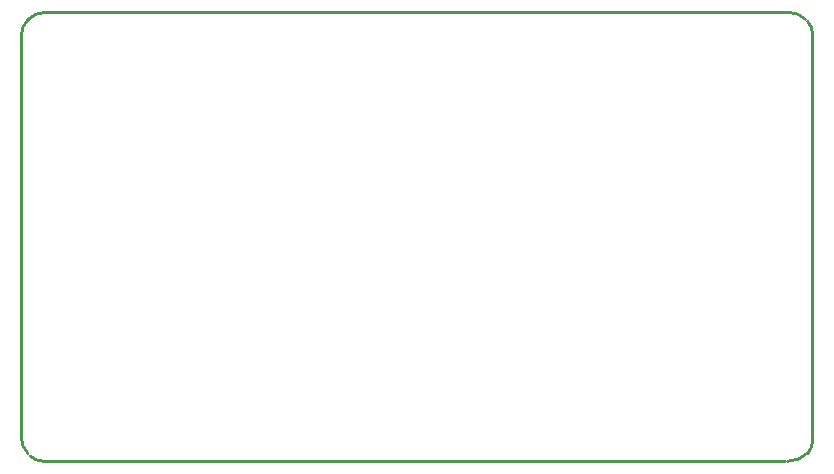
<source format=gko>
%FSTAX23Y23*%
%MOIN*%
%SFA1B1*%

%IPPOS*%
%ADD11C,0.010000*%
%LNpcb1-1*%
%LPD*%
G54D11*
X00022Y-00024D02*
D01*
D01*
G75*
G03X0Y-00078I00053J-00053D01*
G74*G01*
X00078Y0D02*
D01*
D01*
G75*
G03X00024Y-00022I-0J-00076D01*
G74*G01*
X02612D02*
D01*
D01*
G75*
G03X02559Y0I-00053J-00053D01*
G74*G01*
X02637Y-0007D02*
D01*
D01*
G75*
G03X02621Y-0003I-00057J-0D01*
G74*G01*
X0003Y-01479D02*
D01*
D01*
G75*
G03X0007Y-01496I00040J00040D01*
G74*G01*
X0Y-01417D02*
D01*
D01*
G75*
G03X00022Y-01471I00076J-0D01*
G74*G01*
X02621Y-01469D02*
D01*
D01*
G75*
G03X02637Y-01429I-00040J00040D01*
G74*G01*
X02556Y-01496D02*
D01*
D01*
G75*
G03X02621Y-01469I0J00090D01*
G74*G01*
X0Y-01417D02*
Y-00078D01*
X00078Y0D02*
X02559D01*
X02637Y-01389D02*
Y-0007D01*
X0007Y-01496D02*
X02547D01*
X02637Y-01429D02*
Y-01389D01*
M02*
</source>
